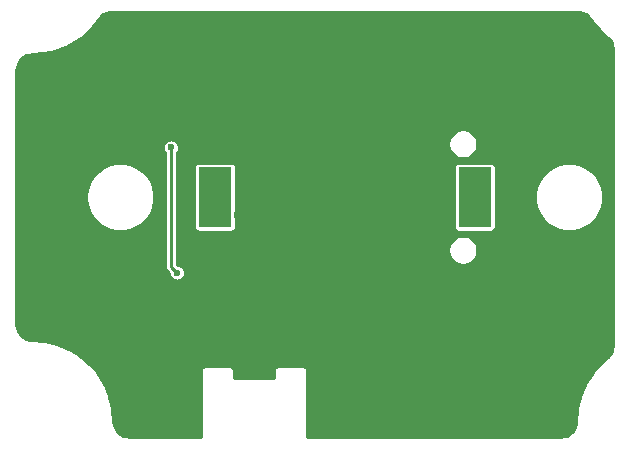
<source format=gbr>
%TF.GenerationSoftware,KiCad,Pcbnew,5.1.7-a382d34a8~88~ubuntu18.04.1*%
%TF.CreationDate,2022-12-18T16:02:27-05:00*%
%TF.ProjectId,project-nrf-leak-detector,70726f6a-6563-4742-9d6e-72662d6c6561,rev?*%
%TF.SameCoordinates,Original*%
%TF.FileFunction,Copper,L2,Bot*%
%TF.FilePolarity,Positive*%
%FSLAX46Y46*%
G04 Gerber Fmt 4.6, Leading zero omitted, Abs format (unit mm)*
G04 Created by KiCad (PCBNEW 5.1.7-a382d34a8~88~ubuntu18.04.1) date 2022-12-18 16:02:27*
%MOMM*%
%LPD*%
G01*
G04 APERTURE LIST*
%TA.AperFunction,SMDPad,CuDef*%
%ADD10C,17.780000*%
%TD*%
%TA.AperFunction,SMDPad,CuDef*%
%ADD11R,2.790000X5.080000*%
%TD*%
%TA.AperFunction,ViaPad*%
%ADD12C,0.600000*%
%TD*%
%TA.AperFunction,ViaPad*%
%ADD13C,0.800000*%
%TD*%
%TA.AperFunction,Conductor*%
%ADD14C,0.250000*%
%TD*%
%TA.AperFunction,Conductor*%
%ADD15C,0.254000*%
%TD*%
%TA.AperFunction,Conductor*%
%ADD16C,0.100000*%
%TD*%
G04 APERTURE END LIST*
D10*
%TO.P,BT1,2*%
%TO.N,GND*%
X58200000Y-50700000D03*
D11*
%TO.P,BT1,1*%
%TO.N,VDD*%
X69185000Y-50700000D03*
X47215000Y-50700000D03*
%TD*%
D12*
%TO.N,GND*%
X60300000Y-44900000D03*
D13*
X66600000Y-48900000D03*
X58200000Y-49700000D03*
D12*
X40400000Y-39000000D03*
X40400000Y-40400000D03*
X47200000Y-36200000D03*
D13*
X50200000Y-38100000D03*
X53000000Y-38100000D03*
X50200000Y-44100000D03*
X53000000Y-44100000D03*
D12*
X46000000Y-56000000D03*
X49110002Y-52200000D03*
X60300000Y-40600000D03*
X60300000Y-37200000D03*
X67300000Y-35200000D03*
X60300000Y-35200000D03*
X72100000Y-38800000D03*
X72100000Y-44900000D03*
X70400000Y-42800000D03*
X60300000Y-42600000D03*
X45900000Y-47600000D03*
X68700000Y-42800000D03*
X71700000Y-41700000D03*
X60300000Y-38800000D03*
X64800000Y-38800000D03*
X44600000Y-43000000D03*
X68600000Y-35200000D03*
D13*
%TO.N,VDD*%
X70100000Y-51000000D03*
X68300000Y-51000000D03*
X68300000Y-52800000D03*
X70100000Y-52800000D03*
X70100000Y-49100000D03*
X68300000Y-49100000D03*
X46300000Y-50800000D03*
X48100000Y-50800000D03*
X48100000Y-49500000D03*
X46300000Y-49500000D03*
D12*
%TO.N,/WATER_PROBE*%
X43500000Y-46500000D03*
X44000000Y-57100000D03*
%TD*%
D14*
%TO.N,/WATER_PROBE*%
X43500000Y-46500000D02*
X43500000Y-56600000D01*
X43500000Y-56600000D02*
X44000000Y-57100000D01*
%TD*%
D15*
%TO.N,GND*%
X77880144Y-35006000D02*
X78152088Y-35032664D01*
X78394577Y-35105875D01*
X78618227Y-35224792D01*
X78814522Y-35384886D01*
X78987606Y-35594108D01*
X78987798Y-35594398D01*
X78994707Y-35605623D01*
X79158842Y-35821560D01*
X79166157Y-35829442D01*
X79724682Y-36488506D01*
X79745516Y-36509500D01*
X79766086Y-36530705D01*
X80521539Y-37196022D01*
X80673677Y-37381238D01*
X80792835Y-37603466D01*
X80866563Y-37844616D01*
X80894001Y-38114744D01*
X80894000Y-63252800D01*
X80893587Y-63254743D01*
X80892994Y-63260381D01*
X80864559Y-63550386D01*
X80791840Y-63791242D01*
X80673727Y-64013380D01*
X80510108Y-64213997D01*
X79837794Y-64797092D01*
X79816521Y-64818690D01*
X79795081Y-64840130D01*
X79132665Y-65615720D01*
X79124722Y-65626653D01*
X79095218Y-65667262D01*
X78562286Y-66536928D01*
X78552507Y-66556121D01*
X78533363Y-66593693D01*
X78143038Y-67536021D01*
X78123351Y-67596611D01*
X77885244Y-68588397D01*
X77885244Y-68588398D01*
X77875278Y-68651322D01*
X77795558Y-69664256D01*
X77767447Y-69950957D01*
X77694562Y-70192365D01*
X77576179Y-70415010D01*
X77416803Y-70610425D01*
X77222508Y-70771160D01*
X77000689Y-70891096D01*
X76759802Y-70965663D01*
X76490199Y-70994000D01*
X55006000Y-70994000D01*
X55006000Y-65419941D01*
X55007964Y-65400000D01*
X55000125Y-65320410D01*
X54976910Y-65243879D01*
X54939210Y-65173347D01*
X54888474Y-65111526D01*
X54826653Y-65060790D01*
X54756121Y-65023090D01*
X54679590Y-64999875D01*
X54619941Y-64994000D01*
X54619940Y-64994000D01*
X54600000Y-64992036D01*
X54580059Y-64994000D01*
X52619941Y-64994000D01*
X52600000Y-64992036D01*
X52580060Y-64994000D01*
X52580059Y-64994000D01*
X52520410Y-64999875D01*
X52443879Y-65023090D01*
X52373347Y-65060790D01*
X52311526Y-65111526D01*
X52260790Y-65173347D01*
X52223090Y-65243879D01*
X52199875Y-65320410D01*
X52192036Y-65400000D01*
X52194001Y-65419950D01*
X52194000Y-65994000D01*
X48806000Y-65994000D01*
X48806000Y-65419941D01*
X48807964Y-65400000D01*
X48800125Y-65320410D01*
X48776910Y-65243879D01*
X48739210Y-65173347D01*
X48688474Y-65111526D01*
X48626653Y-65060790D01*
X48556121Y-65023090D01*
X48479590Y-64999875D01*
X48419941Y-64994000D01*
X48400000Y-64992036D01*
X48380060Y-64994000D01*
X46419941Y-64994000D01*
X46400000Y-64992036D01*
X46380060Y-64994000D01*
X46380059Y-64994000D01*
X46320410Y-64999875D01*
X46243879Y-65023090D01*
X46173347Y-65060790D01*
X46111526Y-65111526D01*
X46060790Y-65173347D01*
X46023090Y-65243879D01*
X45999875Y-65320410D01*
X45992036Y-65400000D01*
X45994001Y-65419951D01*
X45994000Y-70994000D01*
X39919853Y-70994000D01*
X39649043Y-70967447D01*
X39407635Y-70894562D01*
X39184990Y-70776179D01*
X38989575Y-70616803D01*
X38828840Y-70422508D01*
X38708904Y-70200689D01*
X38634337Y-69959802D01*
X38604748Y-69678287D01*
X38604748Y-69668145D01*
X38524722Y-68651322D01*
X38514756Y-68588398D01*
X38514756Y-68588397D01*
X38276649Y-67596611D01*
X38256962Y-67536021D01*
X38256962Y-67536020D01*
X37866637Y-66593693D01*
X37837715Y-66536929D01*
X37837714Y-66536927D01*
X37304782Y-65667262D01*
X37275278Y-65626653D01*
X37267335Y-65615720D01*
X36604919Y-64840130D01*
X36582394Y-64817606D01*
X36559870Y-64795081D01*
X35784280Y-64132665D01*
X35762591Y-64116907D01*
X35732738Y-64095218D01*
X34863072Y-63562286D01*
X34823982Y-63542369D01*
X34806307Y-63533363D01*
X33863979Y-63143038D01*
X33803389Y-63123351D01*
X32811603Y-62885244D01*
X32748679Y-62875278D01*
X32748678Y-62875278D01*
X31735744Y-62795558D01*
X31449043Y-62767447D01*
X31207635Y-62694562D01*
X30984990Y-62576179D01*
X30789575Y-62416803D01*
X30628840Y-62222508D01*
X30508904Y-62000689D01*
X30434337Y-61759802D01*
X30406000Y-61490199D01*
X30406000Y-50416246D01*
X36319000Y-50416246D01*
X36319000Y-50983754D01*
X36429715Y-51540357D01*
X36646891Y-52064665D01*
X36962181Y-52536530D01*
X37363470Y-52937819D01*
X37835335Y-53253109D01*
X38359643Y-53470285D01*
X38916246Y-53581000D01*
X39483754Y-53581000D01*
X40040357Y-53470285D01*
X40564665Y-53253109D01*
X41036530Y-52937819D01*
X41437819Y-52536530D01*
X41753109Y-52064665D01*
X41970285Y-51540357D01*
X42081000Y-50983754D01*
X42081000Y-50416246D01*
X41970285Y-49859643D01*
X41753109Y-49335335D01*
X41437819Y-48863470D01*
X41036530Y-48462181D01*
X40564665Y-48146891D01*
X40040357Y-47929715D01*
X39483754Y-47819000D01*
X38916246Y-47819000D01*
X38359643Y-47929715D01*
X37835335Y-48146891D01*
X37363470Y-48462181D01*
X36962181Y-48863470D01*
X36646891Y-49335335D01*
X36429715Y-49859643D01*
X36319000Y-50416246D01*
X30406000Y-50416246D01*
X30406000Y-46432927D01*
X42819000Y-46432927D01*
X42819000Y-46567073D01*
X42845171Y-46698640D01*
X42896506Y-46822574D01*
X42971033Y-46934112D01*
X42994000Y-46957079D01*
X42994001Y-56575144D01*
X42991553Y-56600000D01*
X43001322Y-56699192D01*
X43030255Y-56794574D01*
X43030256Y-56794575D01*
X43077242Y-56882479D01*
X43140474Y-56959527D01*
X43159780Y-56975371D01*
X43319000Y-57134591D01*
X43319000Y-57167073D01*
X43345171Y-57298640D01*
X43396506Y-57422574D01*
X43471033Y-57534112D01*
X43565888Y-57628967D01*
X43677426Y-57703494D01*
X43801360Y-57754829D01*
X43932927Y-57781000D01*
X44067073Y-57781000D01*
X44198640Y-57754829D01*
X44322574Y-57703494D01*
X44434112Y-57628967D01*
X44528967Y-57534112D01*
X44603494Y-57422574D01*
X44654829Y-57298640D01*
X44681000Y-57167073D01*
X44681000Y-57032927D01*
X44654829Y-56901360D01*
X44603494Y-56777426D01*
X44528967Y-56665888D01*
X44434112Y-56571033D01*
X44322574Y-56496506D01*
X44198640Y-56445171D01*
X44067073Y-56419000D01*
X44034591Y-56419000D01*
X44006000Y-56390409D01*
X44006000Y-55078757D01*
X66969000Y-55078757D01*
X66969000Y-55321243D01*
X67016307Y-55559069D01*
X67109102Y-55783097D01*
X67243820Y-55984717D01*
X67415283Y-56156180D01*
X67616903Y-56290898D01*
X67840931Y-56383693D01*
X68078757Y-56431000D01*
X68321243Y-56431000D01*
X68559069Y-56383693D01*
X68783097Y-56290898D01*
X68984717Y-56156180D01*
X69156180Y-55984717D01*
X69290898Y-55783097D01*
X69383693Y-55559069D01*
X69431000Y-55321243D01*
X69431000Y-55078757D01*
X69383693Y-54840931D01*
X69290898Y-54616903D01*
X69156180Y-54415283D01*
X68984717Y-54243820D01*
X68783097Y-54109102D01*
X68559069Y-54016307D01*
X68321243Y-53969000D01*
X68078757Y-53969000D01*
X67840931Y-54016307D01*
X67616903Y-54109102D01*
X67415283Y-54243820D01*
X67243820Y-54415283D01*
X67109102Y-54616903D01*
X67016307Y-54840931D01*
X66969000Y-55078757D01*
X44006000Y-55078757D01*
X44006000Y-48160000D01*
X45437157Y-48160000D01*
X45437157Y-53240000D01*
X45444513Y-53314689D01*
X45466299Y-53386508D01*
X45501678Y-53452696D01*
X45549289Y-53510711D01*
X45607304Y-53558322D01*
X45673492Y-53593701D01*
X45745311Y-53615487D01*
X45820000Y-53622843D01*
X48610000Y-53622843D01*
X48684689Y-53615487D01*
X48756508Y-53593701D01*
X48822696Y-53558322D01*
X48880711Y-53510711D01*
X48928322Y-53452696D01*
X48963701Y-53386508D01*
X48985487Y-53314689D01*
X48992843Y-53240000D01*
X48992843Y-48160000D01*
X67407157Y-48160000D01*
X67407157Y-53240000D01*
X67414513Y-53314689D01*
X67436299Y-53386508D01*
X67471678Y-53452696D01*
X67519289Y-53510711D01*
X67577304Y-53558322D01*
X67643492Y-53593701D01*
X67715311Y-53615487D01*
X67790000Y-53622843D01*
X70580000Y-53622843D01*
X70654689Y-53615487D01*
X70726508Y-53593701D01*
X70792696Y-53558322D01*
X70850711Y-53510711D01*
X70898322Y-53452696D01*
X70933701Y-53386508D01*
X70955487Y-53314689D01*
X70962843Y-53240000D01*
X70962843Y-50416246D01*
X74319000Y-50416246D01*
X74319000Y-50983754D01*
X74429715Y-51540357D01*
X74646891Y-52064665D01*
X74962181Y-52536530D01*
X75363470Y-52937819D01*
X75835335Y-53253109D01*
X76359643Y-53470285D01*
X76916246Y-53581000D01*
X77483754Y-53581000D01*
X78040357Y-53470285D01*
X78564665Y-53253109D01*
X79036530Y-52937819D01*
X79437819Y-52536530D01*
X79753109Y-52064665D01*
X79970285Y-51540357D01*
X80081000Y-50983754D01*
X80081000Y-50416246D01*
X79970285Y-49859643D01*
X79753109Y-49335335D01*
X79437819Y-48863470D01*
X79036530Y-48462181D01*
X78564665Y-48146891D01*
X78040357Y-47929715D01*
X77483754Y-47819000D01*
X76916246Y-47819000D01*
X76359643Y-47929715D01*
X75835335Y-48146891D01*
X75363470Y-48462181D01*
X74962181Y-48863470D01*
X74646891Y-49335335D01*
X74429715Y-49859643D01*
X74319000Y-50416246D01*
X70962843Y-50416246D01*
X70962843Y-48160000D01*
X70955487Y-48085311D01*
X70933701Y-48013492D01*
X70898322Y-47947304D01*
X70850711Y-47889289D01*
X70792696Y-47841678D01*
X70726508Y-47806299D01*
X70654689Y-47784513D01*
X70580000Y-47777157D01*
X67790000Y-47777157D01*
X67715311Y-47784513D01*
X67643492Y-47806299D01*
X67577304Y-47841678D01*
X67519289Y-47889289D01*
X67471678Y-47947304D01*
X67436299Y-48013492D01*
X67414513Y-48085311D01*
X67407157Y-48160000D01*
X48992843Y-48160000D01*
X48985487Y-48085311D01*
X48963701Y-48013492D01*
X48928322Y-47947304D01*
X48880711Y-47889289D01*
X48822696Y-47841678D01*
X48756508Y-47806299D01*
X48684689Y-47784513D01*
X48610000Y-47777157D01*
X45820000Y-47777157D01*
X45745311Y-47784513D01*
X45673492Y-47806299D01*
X45607304Y-47841678D01*
X45549289Y-47889289D01*
X45501678Y-47947304D01*
X45466299Y-48013492D01*
X45444513Y-48085311D01*
X45437157Y-48160000D01*
X44006000Y-48160000D01*
X44006000Y-46957079D01*
X44028967Y-46934112D01*
X44103494Y-46822574D01*
X44154829Y-46698640D01*
X44181000Y-46567073D01*
X44181000Y-46432927D01*
X44154829Y-46301360D01*
X44103494Y-46177426D01*
X44037566Y-46078757D01*
X66969000Y-46078757D01*
X66969000Y-46321243D01*
X67016307Y-46559069D01*
X67109102Y-46783097D01*
X67243820Y-46984717D01*
X67415283Y-47156180D01*
X67616903Y-47290898D01*
X67840931Y-47383693D01*
X68078757Y-47431000D01*
X68321243Y-47431000D01*
X68559069Y-47383693D01*
X68783097Y-47290898D01*
X68984717Y-47156180D01*
X69156180Y-46984717D01*
X69290898Y-46783097D01*
X69383693Y-46559069D01*
X69431000Y-46321243D01*
X69431000Y-46078757D01*
X69383693Y-45840931D01*
X69290898Y-45616903D01*
X69156180Y-45415283D01*
X68984717Y-45243820D01*
X68783097Y-45109102D01*
X68559069Y-45016307D01*
X68321243Y-44969000D01*
X68078757Y-44969000D01*
X67840931Y-45016307D01*
X67616903Y-45109102D01*
X67415283Y-45243820D01*
X67243820Y-45415283D01*
X67109102Y-45616903D01*
X67016307Y-45840931D01*
X66969000Y-46078757D01*
X44037566Y-46078757D01*
X44028967Y-46065888D01*
X43934112Y-45971033D01*
X43822574Y-45896506D01*
X43698640Y-45845171D01*
X43567073Y-45819000D01*
X43432927Y-45819000D01*
X43301360Y-45845171D01*
X43177426Y-45896506D01*
X43065888Y-45971033D01*
X42971033Y-46065888D01*
X42896506Y-46177426D01*
X42845171Y-46301360D01*
X42819000Y-46432927D01*
X30406000Y-46432927D01*
X30406000Y-39919853D01*
X30432553Y-39649042D01*
X30505438Y-39407635D01*
X30623822Y-39184987D01*
X30783195Y-38989577D01*
X30977493Y-38828840D01*
X31199311Y-38708904D01*
X31440198Y-38634337D01*
X31720936Y-38604830D01*
X31730338Y-38604865D01*
X32699074Y-38532274D01*
X32729842Y-38527519D01*
X32760555Y-38522890D01*
X33754127Y-38292211D01*
X33810556Y-38274342D01*
X33814864Y-38272978D01*
X34760116Y-37889712D01*
X34817096Y-37861214D01*
X35690750Y-37334799D01*
X35690756Y-37334796D01*
X35742576Y-37297736D01*
X36523129Y-36641128D01*
X36568514Y-36596418D01*
X37232263Y-35830953D01*
X37241159Y-35821368D01*
X37390222Y-35625258D01*
X37570143Y-35400181D01*
X37763725Y-35236812D01*
X37985343Y-35114158D01*
X38226573Y-35036884D01*
X38496330Y-35005854D01*
X38501858Y-35005807D01*
X77880144Y-35006000D01*
%TA.AperFunction,Conductor*%
D16*
G36*
X77880144Y-35006000D02*
G01*
X78152088Y-35032664D01*
X78394577Y-35105875D01*
X78618227Y-35224792D01*
X78814522Y-35384886D01*
X78987606Y-35594108D01*
X78987798Y-35594398D01*
X78994707Y-35605623D01*
X79158842Y-35821560D01*
X79166157Y-35829442D01*
X79724682Y-36488506D01*
X79745516Y-36509500D01*
X79766086Y-36530705D01*
X80521539Y-37196022D01*
X80673677Y-37381238D01*
X80792835Y-37603466D01*
X80866563Y-37844616D01*
X80894001Y-38114744D01*
X80894000Y-63252800D01*
X80893587Y-63254743D01*
X80892994Y-63260381D01*
X80864559Y-63550386D01*
X80791840Y-63791242D01*
X80673727Y-64013380D01*
X80510108Y-64213997D01*
X79837794Y-64797092D01*
X79816521Y-64818690D01*
X79795081Y-64840130D01*
X79132665Y-65615720D01*
X79124722Y-65626653D01*
X79095218Y-65667262D01*
X78562286Y-66536928D01*
X78552507Y-66556121D01*
X78533363Y-66593693D01*
X78143038Y-67536021D01*
X78123351Y-67596611D01*
X77885244Y-68588397D01*
X77885244Y-68588398D01*
X77875278Y-68651322D01*
X77795558Y-69664256D01*
X77767447Y-69950957D01*
X77694562Y-70192365D01*
X77576179Y-70415010D01*
X77416803Y-70610425D01*
X77222508Y-70771160D01*
X77000689Y-70891096D01*
X76759802Y-70965663D01*
X76490199Y-70994000D01*
X55006000Y-70994000D01*
X55006000Y-65419941D01*
X55007964Y-65400000D01*
X55000125Y-65320410D01*
X54976910Y-65243879D01*
X54939210Y-65173347D01*
X54888474Y-65111526D01*
X54826653Y-65060790D01*
X54756121Y-65023090D01*
X54679590Y-64999875D01*
X54619941Y-64994000D01*
X54619940Y-64994000D01*
X54600000Y-64992036D01*
X54580059Y-64994000D01*
X52619941Y-64994000D01*
X52600000Y-64992036D01*
X52580060Y-64994000D01*
X52580059Y-64994000D01*
X52520410Y-64999875D01*
X52443879Y-65023090D01*
X52373347Y-65060790D01*
X52311526Y-65111526D01*
X52260790Y-65173347D01*
X52223090Y-65243879D01*
X52199875Y-65320410D01*
X52192036Y-65400000D01*
X52194001Y-65419950D01*
X52194000Y-65994000D01*
X48806000Y-65994000D01*
X48806000Y-65419941D01*
X48807964Y-65400000D01*
X48800125Y-65320410D01*
X48776910Y-65243879D01*
X48739210Y-65173347D01*
X48688474Y-65111526D01*
X48626653Y-65060790D01*
X48556121Y-65023090D01*
X48479590Y-64999875D01*
X48419941Y-64994000D01*
X48400000Y-64992036D01*
X48380060Y-64994000D01*
X46419941Y-64994000D01*
X46400000Y-64992036D01*
X46380060Y-64994000D01*
X46380059Y-64994000D01*
X46320410Y-64999875D01*
X46243879Y-65023090D01*
X46173347Y-65060790D01*
X46111526Y-65111526D01*
X46060790Y-65173347D01*
X46023090Y-65243879D01*
X45999875Y-65320410D01*
X45992036Y-65400000D01*
X45994001Y-65419951D01*
X45994000Y-70994000D01*
X39919853Y-70994000D01*
X39649043Y-70967447D01*
X39407635Y-70894562D01*
X39184990Y-70776179D01*
X38989575Y-70616803D01*
X38828840Y-70422508D01*
X38708904Y-70200689D01*
X38634337Y-69959802D01*
X38604748Y-69678287D01*
X38604748Y-69668145D01*
X38524722Y-68651322D01*
X38514756Y-68588398D01*
X38514756Y-68588397D01*
X38276649Y-67596611D01*
X38256962Y-67536021D01*
X38256962Y-67536020D01*
X37866637Y-66593693D01*
X37837715Y-66536929D01*
X37837714Y-66536927D01*
X37304782Y-65667262D01*
X37275278Y-65626653D01*
X37267335Y-65615720D01*
X36604919Y-64840130D01*
X36582394Y-64817606D01*
X36559870Y-64795081D01*
X35784280Y-64132665D01*
X35762591Y-64116907D01*
X35732738Y-64095218D01*
X34863072Y-63562286D01*
X34823982Y-63542369D01*
X34806307Y-63533363D01*
X33863979Y-63143038D01*
X33803389Y-63123351D01*
X32811603Y-62885244D01*
X32748679Y-62875278D01*
X32748678Y-62875278D01*
X31735744Y-62795558D01*
X31449043Y-62767447D01*
X31207635Y-62694562D01*
X30984990Y-62576179D01*
X30789575Y-62416803D01*
X30628840Y-62222508D01*
X30508904Y-62000689D01*
X30434337Y-61759802D01*
X30406000Y-61490199D01*
X30406000Y-50416246D01*
X36319000Y-50416246D01*
X36319000Y-50983754D01*
X36429715Y-51540357D01*
X36646891Y-52064665D01*
X36962181Y-52536530D01*
X37363470Y-52937819D01*
X37835335Y-53253109D01*
X38359643Y-53470285D01*
X38916246Y-53581000D01*
X39483754Y-53581000D01*
X40040357Y-53470285D01*
X40564665Y-53253109D01*
X41036530Y-52937819D01*
X41437819Y-52536530D01*
X41753109Y-52064665D01*
X41970285Y-51540357D01*
X42081000Y-50983754D01*
X42081000Y-50416246D01*
X41970285Y-49859643D01*
X41753109Y-49335335D01*
X41437819Y-48863470D01*
X41036530Y-48462181D01*
X40564665Y-48146891D01*
X40040357Y-47929715D01*
X39483754Y-47819000D01*
X38916246Y-47819000D01*
X38359643Y-47929715D01*
X37835335Y-48146891D01*
X37363470Y-48462181D01*
X36962181Y-48863470D01*
X36646891Y-49335335D01*
X36429715Y-49859643D01*
X36319000Y-50416246D01*
X30406000Y-50416246D01*
X30406000Y-46432927D01*
X42819000Y-46432927D01*
X42819000Y-46567073D01*
X42845171Y-46698640D01*
X42896506Y-46822574D01*
X42971033Y-46934112D01*
X42994000Y-46957079D01*
X42994001Y-56575144D01*
X42991553Y-56600000D01*
X43001322Y-56699192D01*
X43030255Y-56794574D01*
X43030256Y-56794575D01*
X43077242Y-56882479D01*
X43140474Y-56959527D01*
X43159780Y-56975371D01*
X43319000Y-57134591D01*
X43319000Y-57167073D01*
X43345171Y-57298640D01*
X43396506Y-57422574D01*
X43471033Y-57534112D01*
X43565888Y-57628967D01*
X43677426Y-57703494D01*
X43801360Y-57754829D01*
X43932927Y-57781000D01*
X44067073Y-57781000D01*
X44198640Y-57754829D01*
X44322574Y-57703494D01*
X44434112Y-57628967D01*
X44528967Y-57534112D01*
X44603494Y-57422574D01*
X44654829Y-57298640D01*
X44681000Y-57167073D01*
X44681000Y-57032927D01*
X44654829Y-56901360D01*
X44603494Y-56777426D01*
X44528967Y-56665888D01*
X44434112Y-56571033D01*
X44322574Y-56496506D01*
X44198640Y-56445171D01*
X44067073Y-56419000D01*
X44034591Y-56419000D01*
X44006000Y-56390409D01*
X44006000Y-55078757D01*
X66969000Y-55078757D01*
X66969000Y-55321243D01*
X67016307Y-55559069D01*
X67109102Y-55783097D01*
X67243820Y-55984717D01*
X67415283Y-56156180D01*
X67616903Y-56290898D01*
X67840931Y-56383693D01*
X68078757Y-56431000D01*
X68321243Y-56431000D01*
X68559069Y-56383693D01*
X68783097Y-56290898D01*
X68984717Y-56156180D01*
X69156180Y-55984717D01*
X69290898Y-55783097D01*
X69383693Y-55559069D01*
X69431000Y-55321243D01*
X69431000Y-55078757D01*
X69383693Y-54840931D01*
X69290898Y-54616903D01*
X69156180Y-54415283D01*
X68984717Y-54243820D01*
X68783097Y-54109102D01*
X68559069Y-54016307D01*
X68321243Y-53969000D01*
X68078757Y-53969000D01*
X67840931Y-54016307D01*
X67616903Y-54109102D01*
X67415283Y-54243820D01*
X67243820Y-54415283D01*
X67109102Y-54616903D01*
X67016307Y-54840931D01*
X66969000Y-55078757D01*
X44006000Y-55078757D01*
X44006000Y-48160000D01*
X45437157Y-48160000D01*
X45437157Y-53240000D01*
X45444513Y-53314689D01*
X45466299Y-53386508D01*
X45501678Y-53452696D01*
X45549289Y-53510711D01*
X45607304Y-53558322D01*
X45673492Y-53593701D01*
X45745311Y-53615487D01*
X45820000Y-53622843D01*
X48610000Y-53622843D01*
X48684689Y-53615487D01*
X48756508Y-53593701D01*
X48822696Y-53558322D01*
X48880711Y-53510711D01*
X48928322Y-53452696D01*
X48963701Y-53386508D01*
X48985487Y-53314689D01*
X48992843Y-53240000D01*
X48992843Y-48160000D01*
X67407157Y-48160000D01*
X67407157Y-53240000D01*
X67414513Y-53314689D01*
X67436299Y-53386508D01*
X67471678Y-53452696D01*
X67519289Y-53510711D01*
X67577304Y-53558322D01*
X67643492Y-53593701D01*
X67715311Y-53615487D01*
X67790000Y-53622843D01*
X70580000Y-53622843D01*
X70654689Y-53615487D01*
X70726508Y-53593701D01*
X70792696Y-53558322D01*
X70850711Y-53510711D01*
X70898322Y-53452696D01*
X70933701Y-53386508D01*
X70955487Y-53314689D01*
X70962843Y-53240000D01*
X70962843Y-50416246D01*
X74319000Y-50416246D01*
X74319000Y-50983754D01*
X74429715Y-51540357D01*
X74646891Y-52064665D01*
X74962181Y-52536530D01*
X75363470Y-52937819D01*
X75835335Y-53253109D01*
X76359643Y-53470285D01*
X76916246Y-53581000D01*
X77483754Y-53581000D01*
X78040357Y-53470285D01*
X78564665Y-53253109D01*
X79036530Y-52937819D01*
X79437819Y-52536530D01*
X79753109Y-52064665D01*
X79970285Y-51540357D01*
X80081000Y-50983754D01*
X80081000Y-50416246D01*
X79970285Y-49859643D01*
X79753109Y-49335335D01*
X79437819Y-48863470D01*
X79036530Y-48462181D01*
X78564665Y-48146891D01*
X78040357Y-47929715D01*
X77483754Y-47819000D01*
X76916246Y-47819000D01*
X76359643Y-47929715D01*
X75835335Y-48146891D01*
X75363470Y-48462181D01*
X74962181Y-48863470D01*
X74646891Y-49335335D01*
X74429715Y-49859643D01*
X74319000Y-50416246D01*
X70962843Y-50416246D01*
X70962843Y-48160000D01*
X70955487Y-48085311D01*
X70933701Y-48013492D01*
X70898322Y-47947304D01*
X70850711Y-47889289D01*
X70792696Y-47841678D01*
X70726508Y-47806299D01*
X70654689Y-47784513D01*
X70580000Y-47777157D01*
X67790000Y-47777157D01*
X67715311Y-47784513D01*
X67643492Y-47806299D01*
X67577304Y-47841678D01*
X67519289Y-47889289D01*
X67471678Y-47947304D01*
X67436299Y-48013492D01*
X67414513Y-48085311D01*
X67407157Y-48160000D01*
X48992843Y-48160000D01*
X48985487Y-48085311D01*
X48963701Y-48013492D01*
X48928322Y-47947304D01*
X48880711Y-47889289D01*
X48822696Y-47841678D01*
X48756508Y-47806299D01*
X48684689Y-47784513D01*
X48610000Y-47777157D01*
X45820000Y-47777157D01*
X45745311Y-47784513D01*
X45673492Y-47806299D01*
X45607304Y-47841678D01*
X45549289Y-47889289D01*
X45501678Y-47947304D01*
X45466299Y-48013492D01*
X45444513Y-48085311D01*
X45437157Y-48160000D01*
X44006000Y-48160000D01*
X44006000Y-46957079D01*
X44028967Y-46934112D01*
X44103494Y-46822574D01*
X44154829Y-46698640D01*
X44181000Y-46567073D01*
X44181000Y-46432927D01*
X44154829Y-46301360D01*
X44103494Y-46177426D01*
X44037566Y-46078757D01*
X66969000Y-46078757D01*
X66969000Y-46321243D01*
X67016307Y-46559069D01*
X67109102Y-46783097D01*
X67243820Y-46984717D01*
X67415283Y-47156180D01*
X67616903Y-47290898D01*
X67840931Y-47383693D01*
X68078757Y-47431000D01*
X68321243Y-47431000D01*
X68559069Y-47383693D01*
X68783097Y-47290898D01*
X68984717Y-47156180D01*
X69156180Y-46984717D01*
X69290898Y-46783097D01*
X69383693Y-46559069D01*
X69431000Y-46321243D01*
X69431000Y-46078757D01*
X69383693Y-45840931D01*
X69290898Y-45616903D01*
X69156180Y-45415283D01*
X68984717Y-45243820D01*
X68783097Y-45109102D01*
X68559069Y-45016307D01*
X68321243Y-44969000D01*
X68078757Y-44969000D01*
X67840931Y-45016307D01*
X67616903Y-45109102D01*
X67415283Y-45243820D01*
X67243820Y-45415283D01*
X67109102Y-45616903D01*
X67016307Y-45840931D01*
X66969000Y-46078757D01*
X44037566Y-46078757D01*
X44028967Y-46065888D01*
X43934112Y-45971033D01*
X43822574Y-45896506D01*
X43698640Y-45845171D01*
X43567073Y-45819000D01*
X43432927Y-45819000D01*
X43301360Y-45845171D01*
X43177426Y-45896506D01*
X43065888Y-45971033D01*
X42971033Y-46065888D01*
X42896506Y-46177426D01*
X42845171Y-46301360D01*
X42819000Y-46432927D01*
X30406000Y-46432927D01*
X30406000Y-39919853D01*
X30432553Y-39649042D01*
X30505438Y-39407635D01*
X30623822Y-39184987D01*
X30783195Y-38989577D01*
X30977493Y-38828840D01*
X31199311Y-38708904D01*
X31440198Y-38634337D01*
X31720936Y-38604830D01*
X31730338Y-38604865D01*
X32699074Y-38532274D01*
X32729842Y-38527519D01*
X32760555Y-38522890D01*
X33754127Y-38292211D01*
X33810556Y-38274342D01*
X33814864Y-38272978D01*
X34760116Y-37889712D01*
X34817096Y-37861214D01*
X35690750Y-37334799D01*
X35690756Y-37334796D01*
X35742576Y-37297736D01*
X36523129Y-36641128D01*
X36568514Y-36596418D01*
X37232263Y-35830953D01*
X37241159Y-35821368D01*
X37390222Y-35625258D01*
X37570143Y-35400181D01*
X37763725Y-35236812D01*
X37985343Y-35114158D01*
X38226573Y-35036884D01*
X38496330Y-35005854D01*
X38501858Y-35005807D01*
X77880144Y-35006000D01*
G37*
%TD.AperFunction*%
%TD*%
M02*

</source>
